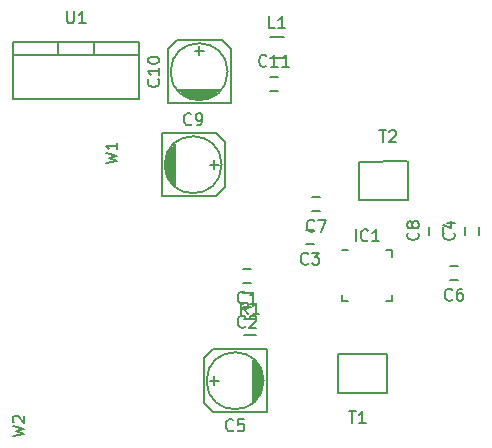
<source format=gto>
G04 #@! TF.FileFunction,Legend,Top*
%FSLAX46Y46*%
G04 Gerber Fmt 4.6, Leading zero omitted, Abs format (unit mm)*
G04 Created by KiCad (PCBNEW 4.0.4+dfsg1-stable) date Sat Nov 11 18:47:18 2017*
%MOMM*%
%LPD*%
G01*
G04 APERTURE LIST*
%ADD10C,0.100000*%
%ADD11C,0.150000*%
G04 APERTURE END LIST*
D10*
D11*
X65684400Y-75399900D02*
X65671700Y-78600300D01*
X65671700Y-78600300D02*
X65671700Y-78663800D01*
X65671700Y-78663800D02*
X65671700Y-78689200D01*
X65671700Y-78689200D02*
X65062100Y-78714600D01*
X65354200Y-78701900D02*
X61531500Y-78701900D01*
X61531500Y-78701900D02*
X61518800Y-75425300D01*
X61518800Y-75425300D02*
X65646300Y-75412600D01*
X52420000Y-85690000D02*
X51720000Y-85690000D01*
X51720000Y-84490000D02*
X52420000Y-84490000D01*
X52420000Y-87722000D02*
X51720000Y-87722000D01*
X51720000Y-86522000D02*
X52420000Y-86522000D01*
X57754000Y-82388000D02*
X57054000Y-82388000D01*
X57054000Y-81188000D02*
X57754000Y-81188000D01*
X53340000Y-94615000D02*
X53340000Y-93218000D01*
X53213000Y-94869000D02*
X53213000Y-93091000D01*
X53086000Y-95250000D02*
X53086000Y-92710000D01*
X52959000Y-92583000D02*
X52959000Y-95377000D01*
X52832000Y-95504000D02*
X52832000Y-92456000D01*
X52705000Y-92329000D02*
X52705000Y-95631000D01*
X52578000Y-95758000D02*
X52578000Y-92202000D01*
X53721000Y-96647000D02*
X49149000Y-96647000D01*
X49149000Y-96647000D02*
X48387000Y-95885000D01*
X48387000Y-95885000D02*
X48387000Y-92075000D01*
X48387000Y-92075000D02*
X49149000Y-91313000D01*
X49149000Y-91313000D02*
X53721000Y-91313000D01*
X53721000Y-91313000D02*
X53721000Y-96647000D01*
X48895000Y-93980000D02*
X49657000Y-93980000D01*
X49276000Y-94361000D02*
X49276000Y-93599000D01*
X53467000Y-93980000D02*
G75*
G03X53467000Y-93980000I-2413000J0D01*
G01*
X69946000Y-85436000D02*
X69246000Y-85436000D01*
X69246000Y-84236000D02*
X69946000Y-84236000D01*
X67472000Y-81630000D02*
X67472000Y-80930000D01*
X68672000Y-80930000D02*
X68672000Y-81630000D01*
X45212000Y-75057000D02*
X45212000Y-76454000D01*
X45339000Y-74803000D02*
X45339000Y-76581000D01*
X45466000Y-74422000D02*
X45466000Y-76962000D01*
X45593000Y-77089000D02*
X45593000Y-74295000D01*
X45720000Y-74168000D02*
X45720000Y-77216000D01*
X45847000Y-77343000D02*
X45847000Y-74041000D01*
X45974000Y-73914000D02*
X45974000Y-77470000D01*
X44831000Y-73025000D02*
X49403000Y-73025000D01*
X49403000Y-73025000D02*
X50165000Y-73787000D01*
X50165000Y-73787000D02*
X50165000Y-77597000D01*
X50165000Y-77597000D02*
X49403000Y-78359000D01*
X49403000Y-78359000D02*
X44831000Y-78359000D01*
X44831000Y-78359000D02*
X44831000Y-73025000D01*
X49657000Y-75692000D02*
X48895000Y-75692000D01*
X49276000Y-75311000D02*
X49276000Y-76073000D01*
X49911000Y-75692000D02*
G75*
G03X49911000Y-75692000I-2413000J0D01*
G01*
X47371000Y-70104000D02*
X48768000Y-70104000D01*
X47117000Y-69977000D02*
X48895000Y-69977000D01*
X46736000Y-69850000D02*
X49276000Y-69850000D01*
X49403000Y-69723000D02*
X46609000Y-69723000D01*
X46482000Y-69596000D02*
X49530000Y-69596000D01*
X49657000Y-69469000D02*
X46355000Y-69469000D01*
X46228000Y-69342000D02*
X49784000Y-69342000D01*
X45339000Y-70485000D02*
X45339000Y-65913000D01*
X45339000Y-65913000D02*
X46101000Y-65151000D01*
X46101000Y-65151000D02*
X49911000Y-65151000D01*
X49911000Y-65151000D02*
X50673000Y-65913000D01*
X50673000Y-65913000D02*
X50673000Y-70485000D01*
X50673000Y-70485000D02*
X45339000Y-70485000D01*
X48006000Y-65659000D02*
X48006000Y-66421000D01*
X47625000Y-66040000D02*
X48387000Y-66040000D01*
X50419000Y-67818000D02*
G75*
G03X50419000Y-67818000I-2413000J0D01*
G01*
X54006000Y-68234000D02*
X54706000Y-68234000D01*
X54706000Y-69434000D02*
X54006000Y-69434000D01*
X64380000Y-82940000D02*
X64380000Y-83465000D01*
X60080000Y-87240000D02*
X60080000Y-86715000D01*
X64380000Y-87240000D02*
X64380000Y-86715000D01*
X60080000Y-82940000D02*
X60605000Y-82940000D01*
X60080000Y-87240000D02*
X60605000Y-87240000D01*
X64380000Y-87240000D02*
X63855000Y-87240000D01*
X64380000Y-82940000D02*
X63855000Y-82940000D01*
X55210000Y-66661000D02*
X54010000Y-66661000D01*
X54010000Y-64911000D02*
X55210000Y-64911000D01*
X51824000Y-88733000D02*
X52824000Y-88733000D01*
X52824000Y-90083000D02*
X51824000Y-90083000D01*
X70520000Y-81630000D02*
X70520000Y-80930000D01*
X71720000Y-80930000D02*
X71720000Y-81630000D01*
X58262000Y-79594000D02*
X57562000Y-79594000D01*
X57562000Y-78394000D02*
X58262000Y-78394000D01*
X36068000Y-65278000D02*
X36068000Y-66421000D01*
X39116000Y-65278000D02*
X39116000Y-66421000D01*
X42926000Y-66421000D02*
X42926000Y-70104000D01*
X42926000Y-70104000D02*
X32258000Y-70104000D01*
X32258000Y-70104000D02*
X32258000Y-66421000D01*
X42926000Y-65278000D02*
X42926000Y-66421000D01*
X42926000Y-66421000D02*
X32258000Y-66421000D01*
X32258000Y-66421000D02*
X32258000Y-65278000D01*
X37592000Y-65278000D02*
X32258000Y-65278000D01*
X37592000Y-65278000D02*
X42926000Y-65278000D01*
X59791600Y-95034100D02*
X59804300Y-91833700D01*
X59804300Y-91833700D02*
X59804300Y-91770200D01*
X59804300Y-91770200D02*
X59804300Y-91744800D01*
X59804300Y-91744800D02*
X60413900Y-91719400D01*
X60121800Y-91732100D02*
X63944500Y-91732100D01*
X63944500Y-91732100D02*
X63957200Y-95008700D01*
X63957200Y-95008700D02*
X59829700Y-95021400D01*
X63271495Y-72782181D02*
X63842924Y-72782181D01*
X63557209Y-73782181D02*
X63557209Y-72782181D01*
X64128638Y-72877419D02*
X64176257Y-72829800D01*
X64271495Y-72782181D01*
X64509591Y-72782181D01*
X64604829Y-72829800D01*
X64652448Y-72877419D01*
X64700067Y-72972657D01*
X64700067Y-73067895D01*
X64652448Y-73210752D01*
X64081019Y-73782181D01*
X64700067Y-73782181D01*
X51903334Y-87347143D02*
X51855715Y-87394762D01*
X51712858Y-87442381D01*
X51617620Y-87442381D01*
X51474762Y-87394762D01*
X51379524Y-87299524D01*
X51331905Y-87204286D01*
X51284286Y-87013810D01*
X51284286Y-86870952D01*
X51331905Y-86680476D01*
X51379524Y-86585238D01*
X51474762Y-86490000D01*
X51617620Y-86442381D01*
X51712858Y-86442381D01*
X51855715Y-86490000D01*
X51903334Y-86537619D01*
X52855715Y-87442381D02*
X52284286Y-87442381D01*
X52570000Y-87442381D02*
X52570000Y-86442381D01*
X52474762Y-86585238D01*
X52379524Y-86680476D01*
X52284286Y-86728095D01*
X51903334Y-89379143D02*
X51855715Y-89426762D01*
X51712858Y-89474381D01*
X51617620Y-89474381D01*
X51474762Y-89426762D01*
X51379524Y-89331524D01*
X51331905Y-89236286D01*
X51284286Y-89045810D01*
X51284286Y-88902952D01*
X51331905Y-88712476D01*
X51379524Y-88617238D01*
X51474762Y-88522000D01*
X51617620Y-88474381D01*
X51712858Y-88474381D01*
X51855715Y-88522000D01*
X51903334Y-88569619D01*
X52284286Y-88569619D02*
X52331905Y-88522000D01*
X52427143Y-88474381D01*
X52665239Y-88474381D01*
X52760477Y-88522000D01*
X52808096Y-88569619D01*
X52855715Y-88664857D01*
X52855715Y-88760095D01*
X52808096Y-88902952D01*
X52236667Y-89474381D01*
X52855715Y-89474381D01*
X57237334Y-84045143D02*
X57189715Y-84092762D01*
X57046858Y-84140381D01*
X56951620Y-84140381D01*
X56808762Y-84092762D01*
X56713524Y-83997524D01*
X56665905Y-83902286D01*
X56618286Y-83711810D01*
X56618286Y-83568952D01*
X56665905Y-83378476D01*
X56713524Y-83283238D01*
X56808762Y-83188000D01*
X56951620Y-83140381D01*
X57046858Y-83140381D01*
X57189715Y-83188000D01*
X57237334Y-83235619D01*
X57570667Y-83140381D02*
X58189715Y-83140381D01*
X57856381Y-83521333D01*
X57999239Y-83521333D01*
X58094477Y-83568952D01*
X58142096Y-83616571D01*
X58189715Y-83711810D01*
X58189715Y-83949905D01*
X58142096Y-84045143D01*
X58094477Y-84092762D01*
X57999239Y-84140381D01*
X57713524Y-84140381D01*
X57618286Y-84092762D01*
X57570667Y-84045143D01*
X50887334Y-98147143D02*
X50839715Y-98194762D01*
X50696858Y-98242381D01*
X50601620Y-98242381D01*
X50458762Y-98194762D01*
X50363524Y-98099524D01*
X50315905Y-98004286D01*
X50268286Y-97813810D01*
X50268286Y-97670952D01*
X50315905Y-97480476D01*
X50363524Y-97385238D01*
X50458762Y-97290000D01*
X50601620Y-97242381D01*
X50696858Y-97242381D01*
X50839715Y-97290000D01*
X50887334Y-97337619D01*
X51792096Y-97242381D02*
X51315905Y-97242381D01*
X51268286Y-97718571D01*
X51315905Y-97670952D01*
X51411143Y-97623333D01*
X51649239Y-97623333D01*
X51744477Y-97670952D01*
X51792096Y-97718571D01*
X51839715Y-97813810D01*
X51839715Y-98051905D01*
X51792096Y-98147143D01*
X51744477Y-98194762D01*
X51649239Y-98242381D01*
X51411143Y-98242381D01*
X51315905Y-98194762D01*
X51268286Y-98147143D01*
X69429334Y-87093143D02*
X69381715Y-87140762D01*
X69238858Y-87188381D01*
X69143620Y-87188381D01*
X69000762Y-87140762D01*
X68905524Y-87045524D01*
X68857905Y-86950286D01*
X68810286Y-86759810D01*
X68810286Y-86616952D01*
X68857905Y-86426476D01*
X68905524Y-86331238D01*
X69000762Y-86236000D01*
X69143620Y-86188381D01*
X69238858Y-86188381D01*
X69381715Y-86236000D01*
X69429334Y-86283619D01*
X70286477Y-86188381D02*
X70096000Y-86188381D01*
X70000762Y-86236000D01*
X69953143Y-86283619D01*
X69857905Y-86426476D01*
X69810286Y-86616952D01*
X69810286Y-86997905D01*
X69857905Y-87093143D01*
X69905524Y-87140762D01*
X70000762Y-87188381D01*
X70191239Y-87188381D01*
X70286477Y-87140762D01*
X70334096Y-87093143D01*
X70381715Y-86997905D01*
X70381715Y-86759810D01*
X70334096Y-86664571D01*
X70286477Y-86616952D01*
X70191239Y-86569333D01*
X70000762Y-86569333D01*
X69905524Y-86616952D01*
X69857905Y-86664571D01*
X69810286Y-86759810D01*
X66529143Y-81446666D02*
X66576762Y-81494285D01*
X66624381Y-81637142D01*
X66624381Y-81732380D01*
X66576762Y-81875238D01*
X66481524Y-81970476D01*
X66386286Y-82018095D01*
X66195810Y-82065714D01*
X66052952Y-82065714D01*
X65862476Y-82018095D01*
X65767238Y-81970476D01*
X65672000Y-81875238D01*
X65624381Y-81732380D01*
X65624381Y-81637142D01*
X65672000Y-81494285D01*
X65719619Y-81446666D01*
X66052952Y-80875238D02*
X66005333Y-80970476D01*
X65957714Y-81018095D01*
X65862476Y-81065714D01*
X65814857Y-81065714D01*
X65719619Y-81018095D01*
X65672000Y-80970476D01*
X65624381Y-80875238D01*
X65624381Y-80684761D01*
X65672000Y-80589523D01*
X65719619Y-80541904D01*
X65814857Y-80494285D01*
X65862476Y-80494285D01*
X65957714Y-80541904D01*
X66005333Y-80589523D01*
X66052952Y-80684761D01*
X66052952Y-80875238D01*
X66100571Y-80970476D01*
X66148190Y-81018095D01*
X66243429Y-81065714D01*
X66433905Y-81065714D01*
X66529143Y-81018095D01*
X66576762Y-80970476D01*
X66624381Y-80875238D01*
X66624381Y-80684761D01*
X66576762Y-80589523D01*
X66529143Y-80541904D01*
X66433905Y-80494285D01*
X66243429Y-80494285D01*
X66148190Y-80541904D01*
X66100571Y-80589523D01*
X66052952Y-80684761D01*
X47331334Y-72239143D02*
X47283715Y-72286762D01*
X47140858Y-72334381D01*
X47045620Y-72334381D01*
X46902762Y-72286762D01*
X46807524Y-72191524D01*
X46759905Y-72096286D01*
X46712286Y-71905810D01*
X46712286Y-71762952D01*
X46759905Y-71572476D01*
X46807524Y-71477238D01*
X46902762Y-71382000D01*
X47045620Y-71334381D01*
X47140858Y-71334381D01*
X47283715Y-71382000D01*
X47331334Y-71429619D01*
X47807524Y-72334381D02*
X47998000Y-72334381D01*
X48093239Y-72286762D01*
X48140858Y-72239143D01*
X48236096Y-72096286D01*
X48283715Y-71905810D01*
X48283715Y-71524857D01*
X48236096Y-71429619D01*
X48188477Y-71382000D01*
X48093239Y-71334381D01*
X47902762Y-71334381D01*
X47807524Y-71382000D01*
X47759905Y-71429619D01*
X47712286Y-71524857D01*
X47712286Y-71762952D01*
X47759905Y-71858190D01*
X47807524Y-71905810D01*
X47902762Y-71953429D01*
X48093239Y-71953429D01*
X48188477Y-71905810D01*
X48236096Y-71858190D01*
X48283715Y-71762952D01*
X44553143Y-68460857D02*
X44600762Y-68508476D01*
X44648381Y-68651333D01*
X44648381Y-68746571D01*
X44600762Y-68889429D01*
X44505524Y-68984667D01*
X44410286Y-69032286D01*
X44219810Y-69079905D01*
X44076952Y-69079905D01*
X43886476Y-69032286D01*
X43791238Y-68984667D01*
X43696000Y-68889429D01*
X43648381Y-68746571D01*
X43648381Y-68651333D01*
X43696000Y-68508476D01*
X43743619Y-68460857D01*
X44648381Y-67508476D02*
X44648381Y-68079905D01*
X44648381Y-67794191D02*
X43648381Y-67794191D01*
X43791238Y-67889429D01*
X43886476Y-67984667D01*
X43934095Y-68079905D01*
X43648381Y-66889429D02*
X43648381Y-66794190D01*
X43696000Y-66698952D01*
X43743619Y-66651333D01*
X43838857Y-66603714D01*
X44029333Y-66556095D01*
X44267429Y-66556095D01*
X44457905Y-66603714D01*
X44553143Y-66651333D01*
X44600762Y-66698952D01*
X44648381Y-66794190D01*
X44648381Y-66889429D01*
X44600762Y-66984667D01*
X44553143Y-67032286D01*
X44457905Y-67079905D01*
X44267429Y-67127524D01*
X44029333Y-67127524D01*
X43838857Y-67079905D01*
X43743619Y-67032286D01*
X43696000Y-66984667D01*
X43648381Y-66889429D01*
X53713143Y-67291143D02*
X53665524Y-67338762D01*
X53522667Y-67386381D01*
X53427429Y-67386381D01*
X53284571Y-67338762D01*
X53189333Y-67243524D01*
X53141714Y-67148286D01*
X53094095Y-66957810D01*
X53094095Y-66814952D01*
X53141714Y-66624476D01*
X53189333Y-66529238D01*
X53284571Y-66434000D01*
X53427429Y-66386381D01*
X53522667Y-66386381D01*
X53665524Y-66434000D01*
X53713143Y-66481619D01*
X54665524Y-67386381D02*
X54094095Y-67386381D01*
X54379809Y-67386381D02*
X54379809Y-66386381D01*
X54284571Y-66529238D01*
X54189333Y-66624476D01*
X54094095Y-66672095D01*
X55617905Y-67386381D02*
X55046476Y-67386381D01*
X55332190Y-67386381D02*
X55332190Y-66386381D01*
X55236952Y-66529238D01*
X55141714Y-66624476D01*
X55046476Y-66672095D01*
X61253810Y-82167381D02*
X61253810Y-81167381D01*
X62301429Y-82072143D02*
X62253810Y-82119762D01*
X62110953Y-82167381D01*
X62015715Y-82167381D01*
X61872857Y-82119762D01*
X61777619Y-82024524D01*
X61730000Y-81929286D01*
X61682381Y-81738810D01*
X61682381Y-81595952D01*
X61730000Y-81405476D01*
X61777619Y-81310238D01*
X61872857Y-81215000D01*
X62015715Y-81167381D01*
X62110953Y-81167381D01*
X62253810Y-81215000D01*
X62301429Y-81262619D01*
X63253810Y-82167381D02*
X62682381Y-82167381D01*
X62968095Y-82167381D02*
X62968095Y-81167381D01*
X62872857Y-81310238D01*
X62777619Y-81405476D01*
X62682381Y-81453095D01*
X54443334Y-64138381D02*
X53967143Y-64138381D01*
X53967143Y-63138381D01*
X55300477Y-64138381D02*
X54729048Y-64138381D01*
X55014762Y-64138381D02*
X55014762Y-63138381D01*
X54919524Y-63281238D01*
X54824286Y-63376476D01*
X54729048Y-63424095D01*
X52157334Y-88360381D02*
X51824000Y-87884190D01*
X51585905Y-88360381D02*
X51585905Y-87360381D01*
X51966858Y-87360381D01*
X52062096Y-87408000D01*
X52109715Y-87455619D01*
X52157334Y-87550857D01*
X52157334Y-87693714D01*
X52109715Y-87788952D01*
X52062096Y-87836571D01*
X51966858Y-87884190D01*
X51585905Y-87884190D01*
X53109715Y-88360381D02*
X52538286Y-88360381D01*
X52824000Y-88360381D02*
X52824000Y-87360381D01*
X52728762Y-87503238D01*
X52633524Y-87598476D01*
X52538286Y-87646095D01*
X40092381Y-75580762D02*
X41092381Y-75342667D01*
X40378095Y-75152190D01*
X41092381Y-74961714D01*
X40092381Y-74723619D01*
X41092381Y-73818857D02*
X41092381Y-74390286D01*
X41092381Y-74104572D02*
X40092381Y-74104572D01*
X40235238Y-74199810D01*
X40330476Y-74295048D01*
X40378095Y-74390286D01*
X32218381Y-98694762D02*
X33218381Y-98456667D01*
X32504095Y-98266190D01*
X33218381Y-98075714D01*
X32218381Y-97837619D01*
X32313619Y-97504286D02*
X32266000Y-97456667D01*
X32218381Y-97361429D01*
X32218381Y-97123333D01*
X32266000Y-97028095D01*
X32313619Y-96980476D01*
X32408857Y-96932857D01*
X32504095Y-96932857D01*
X32646952Y-96980476D01*
X33218381Y-97551905D01*
X33218381Y-96932857D01*
X69577143Y-81446666D02*
X69624762Y-81494285D01*
X69672381Y-81637142D01*
X69672381Y-81732380D01*
X69624762Y-81875238D01*
X69529524Y-81970476D01*
X69434286Y-82018095D01*
X69243810Y-82065714D01*
X69100952Y-82065714D01*
X68910476Y-82018095D01*
X68815238Y-81970476D01*
X68720000Y-81875238D01*
X68672381Y-81732380D01*
X68672381Y-81637142D01*
X68720000Y-81494285D01*
X68767619Y-81446666D01*
X69005714Y-80589523D02*
X69672381Y-80589523D01*
X68624762Y-80827619D02*
X69339048Y-81065714D01*
X69339048Y-80446666D01*
X57745334Y-81251143D02*
X57697715Y-81298762D01*
X57554858Y-81346381D01*
X57459620Y-81346381D01*
X57316762Y-81298762D01*
X57221524Y-81203524D01*
X57173905Y-81108286D01*
X57126286Y-80917810D01*
X57126286Y-80774952D01*
X57173905Y-80584476D01*
X57221524Y-80489238D01*
X57316762Y-80394000D01*
X57459620Y-80346381D01*
X57554858Y-80346381D01*
X57697715Y-80394000D01*
X57745334Y-80441619D01*
X58078667Y-80346381D02*
X58745334Y-80346381D01*
X58316762Y-81346381D01*
X36830095Y-62698381D02*
X36830095Y-63507905D01*
X36877714Y-63603143D01*
X36925333Y-63650762D01*
X37020571Y-63698381D01*
X37211048Y-63698381D01*
X37306286Y-63650762D01*
X37353905Y-63603143D01*
X37401524Y-63507905D01*
X37401524Y-62698381D01*
X38401524Y-63698381D02*
X37830095Y-63698381D01*
X38115809Y-63698381D02*
X38115809Y-62698381D01*
X38020571Y-62841238D01*
X37925333Y-62936476D01*
X37830095Y-62984095D01*
X60680695Y-96556581D02*
X61252124Y-96556581D01*
X60966409Y-97556581D02*
X60966409Y-96556581D01*
X62109267Y-97556581D02*
X61537838Y-97556581D01*
X61823552Y-97556581D02*
X61823552Y-96556581D01*
X61728314Y-96699438D01*
X61633076Y-96794676D01*
X61537838Y-96842295D01*
M02*

</source>
